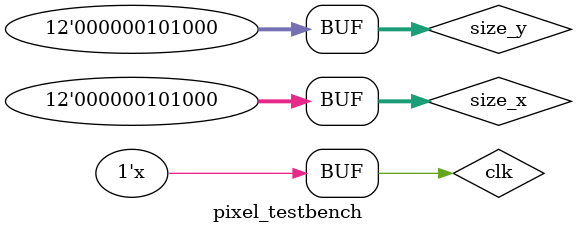
<source format=sv>

module pixel_testbench();
    logic clk;
    reg rst; // @suppress "'logic' should be used instead of 'reg'"
    reg start; // @suppress "'logic' should be used instead of 'reg'"

    logic [11:0] size_x = 40, size_y = 40;
    logic [23:0] count;
    typedef enum {IDLE, RUNNING, READY} t_feeder_states;
    t_feeder_states feeder_state;
    // Feed data into the DUT
    always @(posedge clk) begin
        if (rst == 1'b1) begin
            feeder_state = IDLE;
            pixel_in = 0;
            count = 0;
        end
        else begin
            pixel_in = 0;
            case (feeder_state)
                IDLE:
                if (start) begin
                    feeder_state = RUNNING;
                    pixel_in = input_pixel;
                    count = 1;
                end
                RUNNING:
                if (count < size_x * size_y) begin
                    pixel_in = input_pixel;
                    count += 1;
                end
                else
                    feeder_state = READY;
                    //default : feeder_state = IDLE;
                READY: begin
                    $display("All done");
                    feeder_state = IDLE;
                end
            endcase
        end
    end

    dut_top dut_top_instance (
        .clk(clk),
        .rst(rst),
        .start(start),
        .size_x(size_x),
        .size_y(size_y),
        .pixel_in(pixel_in),
        .pixel_out(pixel_out),
        .pixel_valid(pixel_valid)
    );

    // Clock generator
    always #5 begin
        clk = ~clk;
    end

    // Drive `reset` and `start`
    drive_rst_start drive_rst_start_instance (
        .rst(rst),
        .start(start)
    );

endmodule

</source>
